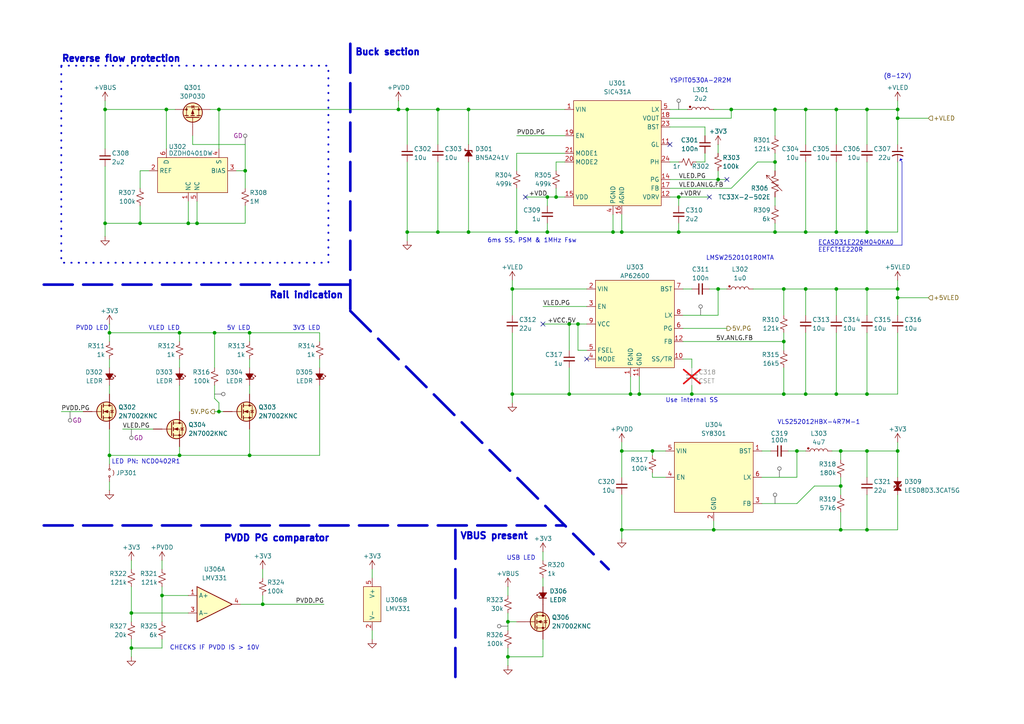
<source format=kicad_sch>
(kicad_sch (version 20250114) (generator "eeschema") (generator_version "9.0")
  (paper "A4")
  (title_block (title "Growlight controller, PSU") (rev "0.1") (comment 1 "+VLED estimated max current draw: 6.66A") (comment 2 "+5V estimated max current draw: 2.16A") (comment 3 "+3V3 estimated max current draw: 1A"))
  (rectangle (start 17.78 19.05) (end 95.25 76.2) (stroke (width 0.508) (type dot)))
  (text "5V LED" (at 69.215 95.25 0) (effects (font (size 1.27 1.27))))
  (text "Reverse flow protection" (at 17.78 17.145 0) (effects (font (size 1.905 1.905) (thickness 0.508) (bold yes)) (justify left)))
  (text "ECASD31E226M040KA0" (at 248.285 70.485 0) (effects (font (size 1.27 1.27))))
  (text "VLS252012HBX-4R7M-1" (at 237.49 122.555 0) (effects (font (size 1.27 1.27))))
  (text "3V3 LED" (at 88.9 95.25 0) (effects (font (size 1.27 1.27))))
  (text "LED PN: NCD0402R1" (at 42.3367 134.0019 0) (effects (font (size 1.27 1.27))))
  (text "USB LED" (at 151.13 161.925 0) (effects (font (size 1.27 1.27))))
  (text "EEFCT1E220R" (at 243.8078 72.5907 0) (effects (font (size 1.27 1.27))))
  (text "(8-12V)" (at 260.35 22.225 0) (effects (font (size 1.27 1.27))))
  (text "Rail indication" (at 99.695 85.725 0) (effects (font (size 1.905 1.905) (thickness 0.508) (bold yes)) (justify right)))
  (text "PVDD LED" (at 26.67 95.25 0) (effects (font (size 1.27 1.27))))
  (text "YSPIT0530A-2R2M\n" (at 203.2 23.495 0) (effects (font (size 1.27 1.27))))
  (text "VBUS present" (at 133.35 155.575 0) (effects (font (size 1.905 1.905) (thickness 0.508) (bold yes)) (justify left)))
  (text "VLED LED" (at 47.625 95.25 0) (effects (font (size 1.27 1.27))))
  (text "PVDD PG comparator" (at 64.77 156.21 0) (effects (font (size 1.905 1.905) (thickness 0.508) (bold yes)) (justify left)))
  (text "LMSW2520101R0MTA" (at 214.63 74.93 0) (effects (font (size 1.27 1.27))))
  (text "Buck section" (at 102.87 15.24 0) (effects (font (size 1.905 1.905) (thickness 0.508) (bold yes)) (justify left)))
  (text "6ms SS, PSM & 1MHz Fsw" (at 154.305 69.85 0) (effects (font (size 1.27 1.27))))
  (text "CHECKS IF PVDD IS > 10V" (at 62.23 187.96 0) (effects (font (size 1.27 1.27))))
  (text "Use internal SS" (at 200.66 116.205 0) (effects (font (size 1.27 1.27))))
  (junction (at 243.84 130.81))
  (junction (at 63.5 31.75))
  (junction (at 54.61 64.77))
  (junction (at 233.68 31.75))
  (junction (at 57.15 64.77))
  (junction (at 231.14 130.81))
  (junction (at 180.34 67.31))
  (junction (at 30.48 31.75))
  (junction (at 31.75 96.52))
  (junction (at 212.09 31.75))
  (junction (at 127 67.31))
  (junction (at 251.46 153.67))
  (junction (at 185.42 114.3))
  (junction (at 233.68 67.31))
  (junction (at 177.8 67.31))
  (junction (at 227.33 114.3))
  (junction (at 135.89 31.75))
  (junction (at 62.23 96.52))
  (junction (at 147.32 180.34))
  (junction (at 251.46 67.31))
  (junction (at 224.79 46.99))
  (junction (at 182.88 114.3))
  (junction (at 38.1 187.96))
  (junction (at 115.57 31.75))
  (junction (at 243.84 140.97))
  (junction (at 149.86 67.31))
  (junction (at 158.75 67.31))
  (junction (at 147.32 190.5))
  (junction (at 233.68 114.3))
  (junction (at 260.35 83.82))
  (junction (at 196.85 67.31))
  (junction (at 52.07 132.08))
  (junction (at 227.33 83.82))
  (junction (at 208.28 52.07))
  (junction (at 118.11 31.75))
  (junction (at 242.57 31.75))
  (junction (at 196.85 57.15))
  (junction (at 227.33 99.06))
  (junction (at 165.1 93.98))
  (junction (at 189.23 130.81))
  (junction (at 40.64 64.77))
  (junction (at 224.79 31.75))
  (junction (at 158.75 57.15))
  (junction (at 72.39 132.08))
  (junction (at 30.48 64.77))
  (junction (at 148.59 83.82))
  (junction (at 148.59 114.3))
  (junction (at 251.46 130.81))
  (junction (at 38.1 177.8))
  (junction (at 242.57 67.31))
  (junction (at 31.75 132.08))
  (junction (at 243.84 153.67))
  (junction (at 260.35 31.75))
  (junction (at 251.46 83.82))
  (junction (at 63.5 119.38))
  (junction (at 242.57 114.3))
  (junction (at 208.28 83.82))
  (junction (at 180.34 153.67))
  (junction (at 167.64 93.98))
  (junction (at 251.46 31.75))
  (junction (at 161.29 57.15))
  (junction (at 233.68 83.82))
  (junction (at 48.26 31.75))
  (junction (at 260.35 34.29))
  (junction (at 127 31.75))
  (junction (at 260.35 86.36))
  (junction (at 46.99 172.72))
  (junction (at 71.12 49.53))
  (junction (at 72.39 96.52))
  (junction (at 207.01 153.67))
  (junction (at 180.34 130.81))
  (junction (at 118.11 67.31))
  (junction (at 200.66 114.3))
  (junction (at 251.46 114.3))
  (junction (at 224.79 67.31))
  (junction (at 52.07 96.52))
  (junction (at 135.89 67.31))
  (junction (at 260.35 130.81))
  (junction (at 165.1 114.3))
  (junction (at 76.2 175.26))
  (junction (at 242.57 83.82))
  (no_connect (at 157.48 93.98))
  (no_connect (at 152.4 57.15))
  (no_connect (at 210.82 52.07))
  (no_connect (at 170.18 104.14))
  (no_connect (at 194.31 41.91))
  (no_connect (at 205.74 57.15))
  (wire (pts (xy 182.88 109.22) (xy 182.88 114.3)))
  (wire (pts (xy 115.57 31.75) (xy 118.11 31.75)))
  (wire (pts (xy 30.48 64.77) (xy 30.48 68.58)))
  (wire (pts (xy 260.35 81.28) (xy 260.35 83.82)))
  (wire (pts (xy 194.31 31.75) (xy 199.39 31.75)))
  (wire (pts (xy 118.11 31.75) (xy 118.11 41.91)))
  (wire (pts (xy 167.64 93.98) (xy 170.18 93.98)))
  (wire (pts (xy 148.59 114.3) (xy 148.59 116.84)))
  (wire (pts (xy 194.31 46.99) (xy 196.85 46.99)))
  (wire (pts (xy 251.46 153.67) (xy 251.46 143.51)))
  (wire (pts (xy 127 46.99) (xy 127 67.31)))
  (wire (pts (xy 198.12 91.44) (xy 208.28 91.44)))
  (wire (pts (xy 242.57 96.52) (xy 242.57 114.3)))
  (wire (pts (xy 31.75 96.52) (xy 31.75 99.06)))
  (wire (pts (xy 231.14 146.05) (xy 236.22 140.97)))
  (wire (pts (xy 242.57 31.75) (xy 233.68 31.75)))
  (wire (pts (xy 260.35 83.82) (xy 260.35 86.36)))
  (wire (pts (xy 147.32 190.5) (xy 147.32 193.04)))
  (wire (pts (xy 149.86 54.61) (xy 149.86 67.31)))
  (wire (pts (xy 180.34 130.81) (xy 180.34 138.43)))
  (wire (pts (xy 31.75 96.52) (xy 52.07 96.52)))
  (wire (pts (xy 157.48 93.98) (xy 165.1 93.98)))
  (wire (pts (xy 40.64 49.53) (xy 40.64 54.61)))
  (wire (pts (xy 251.46 83.82) (xy 260.35 83.82)))
  (wire (pts (xy 30.48 48.26) (xy 30.48 64.77)))
  (wire (pts (xy 207.01 31.75) (xy 212.09 31.75)))
  (wire (pts (xy 260.35 31.75) (xy 260.35 34.29)))
  (wire (pts (xy 118.11 67.31) (xy 118.11 69.85)))
  (polyline (pts (xy 132.08 153.67) (xy 132.08 198.12)) (stroke (width 0.762) (type dash)))
  (wire (pts (xy 71.12 41.91) (xy 71.12 49.53)))
  (wire (pts (xy 198.12 99.06) (xy 227.33 99.06)))
  (wire (pts (xy 198.12 83.82) (xy 200.66 83.82)))
  (wire (pts (xy 30.48 31.75) (xy 48.26 31.75)))
  (polyline (pts (xy 261.117 46.0678) (xy 260.9493 46.6337)))
  (wire (pts (xy 224.79 31.75) (xy 233.68 31.75)))
  (wire (pts (xy 127 31.75) (xy 127 41.91)))
  (wire (pts (xy 147.32 177.8) (xy 147.32 180.34)))
  (wire (pts (xy 242.57 67.31) (xy 233.68 67.31)))
  (wire (pts (xy 231.14 130.81) (xy 233.68 130.81)))
  (wire (pts (xy 148.59 81.28) (xy 148.59 83.82)))
  (wire (pts (xy 180.34 128.27) (xy 180.34 130.81)))
  (wire (pts (xy 208.28 83.82) (xy 205.74 83.82)))
  (wire (pts (xy 165.1 101.6) (xy 165.1 93.98)))
  (wire (pts (xy 38.1 170.18) (xy 38.1 177.8)))
  (wire (pts (xy 107.95 182.88) (xy 107.95 185.42)))
  (wire (pts (xy 227.33 114.3) (xy 233.68 114.3)))
  (wire (pts (xy 92.71 96.52) (xy 92.71 99.06)))
  (wire (pts (xy 212.09 54.61) (xy 219.71 46.99)))
  (wire (pts (xy 242.57 83.82) (xy 251.46 83.82)))
  (wire (pts (xy 157.48 160.02) (xy 157.48 162.56)))
  (wire (pts (xy 92.71 111.76) (xy 92.71 132.08)))
  (wire (pts (xy 243.84 153.67) (xy 251.46 153.67)))
  (wire (pts (xy 72.39 111.76) (xy 72.39 114.3)))
  (wire (pts (xy 76.2 165.1) (xy 76.2 167.64)))
  (wire (pts (xy 118.11 31.75) (xy 127 31.75)))
  (wire (pts (xy 260.35 128.27) (xy 260.35 130.81)))
  (wire (pts (xy 208.28 83.82) (xy 210.82 83.82)))
  (wire (pts (xy 224.79 57.15) (xy 224.79 59.69)))
  (wire (pts (xy 63.5 31.75) (xy 60.96 31.75)))
  (wire (pts (xy 212.09 31.75) (xy 224.79 31.75)))
  (wire (pts (xy 52.07 104.14) (xy 52.07 106.68)))
  (wire (pts (xy 260.35 86.36) (xy 260.35 91.44)))
  (wire (pts (xy 71.12 49.53) (xy 71.12 54.61)))
  (wire (pts (xy 115.57 29.21) (xy 115.57 31.75)))
  (wire (pts (xy 207.01 151.13) (xy 207.01 153.67)))
  (wire (pts (xy 46.99 172.72) (xy 46.99 180.34)))
  (wire (pts (xy 76.2 172.72) (xy 76.2 175.26)))
  (wire (pts (xy 180.34 67.31) (xy 196.85 67.31)))
  (wire (pts (xy 200.66 114.3) (xy 227.33 114.3)))
  (wire (pts (xy 31.75 124.46) (xy 31.75 132.08)))
  (wire (pts (xy 260.35 34.29) (xy 269.24 34.29)))
  (wire (pts (xy 148.59 96.52) (xy 148.59 114.3)))
  (wire (pts (xy 157.48 88.9) (xy 170.18 88.9)))
  (wire (pts (xy 158.75 67.31) (xy 177.8 67.31)))
  (polyline (pts (xy 260.9493 46.6337) (xy 261.6723 46.225)))
  (wire (pts (xy 127 31.75) (xy 135.89 31.75)))
  (wire (pts (xy 17.78 119.38) (xy 24.13 119.38)))
  (wire (pts (xy 194.31 54.61) (xy 212.09 54.61)))
  (wire (pts (xy 46.99 187.96) (xy 46.99 185.42)))
  (wire (pts (xy 233.68 83.82) (xy 242.57 83.82)))
  (wire (pts (xy 243.84 140.97) (xy 243.84 143.51)))
  (wire (pts (xy 72.39 96.52) (xy 92.71 96.52)))
  (wire (pts (xy 208.28 52.07) (xy 210.82 52.07)))
  (wire (pts (xy 224.79 64.77) (xy 224.79 67.31)))
  (wire (pts (xy 63.5 119.38) (xy 64.77 119.38)))
  (wire (pts (xy 251.46 83.82) (xy 251.46 91.44)))
  (wire (pts (xy 196.85 57.15) (xy 205.74 57.15)))
  (wire (pts (xy 196.85 64.77) (xy 196.85 67.31)))
  (wire (pts (xy 212.09 34.29) (xy 212.09 31.75)))
  (wire (pts (xy 242.57 114.3) (xy 251.46 114.3)))
  (wire (pts (xy 260.35 29.21) (xy 260.35 31.75)))
  (wire (pts (xy 135.89 31.75) (xy 135.89 41.91)))
  (wire (pts (xy 63.5 31.75) (xy 115.57 31.75)))
  (wire (pts (xy 157.48 190.5) (xy 147.32 190.5)))
  (wire (pts (xy 220.98 130.81) (xy 223.52 130.81)))
  (wire (pts (xy 72.39 96.52) (xy 72.39 99.06)))
  (wire (pts (xy 71.12 59.69) (xy 71.12 64.77)))
  (polyline (pts (xy 12.7 82.55) (xy 101.6 82.55)) (stroke (width 0.762) (type dash)))
  (wire (pts (xy 35.56 124.46) (xy 44.45 124.46)))
  (polyline (pts (xy 261.117 46.0678) (xy 261.6723 46.225)))
  (wire (pts (xy 231.14 130.81) (xy 231.14 138.43)))
  (wire (pts (xy 147.32 170.18) (xy 147.32 172.72)))
  (wire (pts (xy 46.99 162.56) (xy 46.99 165.1)))
  (wire (pts (xy 52.07 111.76) (xy 52.07 119.38)))
  (wire (pts (xy 31.75 104.14) (xy 31.75 106.68)))
  (wire (pts (xy 260.35 153.67) (xy 251.46 153.67)))
  (wire (pts (xy 148.59 114.3) (xy 165.1 114.3)))
  (wire (pts (xy 165.1 114.3) (xy 182.88 114.3)))
  (wire (pts (xy 72.39 124.46) (xy 72.39 132.08)))
  (wire (pts (xy 224.79 67.31) (xy 233.68 67.31)))
  (wire (pts (xy 251.46 67.31) (xy 242.57 67.31)))
  (wire (pts (xy 54.61 64.77) (xy 57.15 64.77)))
  (wire (pts (xy 43.18 49.53) (xy 40.64 49.53)))
  (wire (pts (xy 46.99 172.72) (xy 54.61 172.72)))
  (wire (pts (xy 243.84 148.59) (xy 243.84 153.67)))
  (wire (pts (xy 251.46 31.75) (xy 251.46 41.91)))
  (wire (pts (xy 135.89 67.31) (xy 149.86 67.31)))
  (wire (pts (xy 55.88 39.37) (xy 55.88 41.91)))
  (wire (pts (xy 233.68 83.82) (xy 233.68 91.44)))
  (wire (pts (xy 196.85 59.69) (xy 196.85 57.15)))
  (wire (pts (xy 62.23 119.38) (xy 63.5 119.38)))
  (wire (pts (xy 38.1 162.56) (xy 38.1 165.1)))
  (wire (pts (xy 182.88 114.3) (xy 185.42 114.3)))
  (wire (pts (xy 189.23 130.81) (xy 189.23 132.08)))
  (wire (pts (xy 260.35 143.51) (xy 260.35 153.67)))
  (polyline (pts (xy 12.7 152.4) (xy 163.83 152.4)) (stroke (width 0.762) (type dash)))
  (wire (pts (xy 52.07 96.52) (xy 52.07 99.06)))
  (wire (pts (xy 92.71 104.14) (xy 92.71 106.68)))
  (wire (pts (xy 135.89 46.99) (xy 135.89 67.31)))
  (polyline (pts (xy 261.62 46.99) (xy 261.62 71.12)))
  (wire (pts (xy 251.46 31.75) (xy 242.57 31.75)))
  (wire (pts (xy 251.46 130.81) (xy 251.46 138.43)))
  (wire (pts (xy 147.32 180.34) (xy 147.32 182.88)))
  (wire (pts (xy 40.64 64.77) (xy 54.61 64.77)))
  (wire (pts (xy 52.07 96.52) (xy 62.23 96.52)))
  (polyline (pts (xy 261.4104 46.1726) (xy 261.1065 46.3612)))
  (wire (pts (xy 260.35 46.99) (xy 260.35 67.31)))
  (wire (pts (xy 63.5 119.38) (xy 63.5 116.84)))
  (wire (pts (xy 148.59 83.82) (xy 148.59 91.44)))
  (wire (pts (xy 231.14 130.81) (xy 228.6 130.81)))
  (wire (pts (xy 38.1 177.8) (xy 54.61 177.8)))
  (wire (pts (xy 180.34 153.67) (xy 207.01 153.67)))
  (wire (pts (xy 220.98 138.43) (xy 231.14 138.43)))
  (wire (pts (xy 260.35 130.81) (xy 260.35 138.43)))
  (wire (pts (xy 242.57 83.82) (xy 242.57 91.44)))
  (wire (pts (xy 62.23 111.76) (xy 62.23 115.57)))
  (wire (pts (xy 227.33 114.3) (xy 227.33 106.68)))
  (wire (pts (xy 189.23 130.81) (xy 193.04 130.81)))
  (wire (pts (xy 118.11 67.31) (xy 127 67.31)))
  (wire (pts (xy 72.39 104.14) (xy 72.39 106.68)))
  (wire (pts (xy 38.1 187.96) (xy 38.1 190.5)))
  (wire (pts (xy 233.68 96.52) (xy 233.68 114.3)))
  (wire (pts (xy 227.33 99.06) (xy 227.33 96.52)))
  (polyline (pts (xy 237.49 71.12) (xy 261.62 71.12)))
  (wire (pts (xy 260.35 34.29) (xy 260.35 41.91)))
  (wire (pts (xy 165.1 93.98) (xy 167.64 93.98)))
  (wire (pts (xy 219.71 46.99) (xy 224.79 46.99)))
  (wire (pts (xy 194.31 36.83) (xy 204.47 36.83)))
  (polyline (pts (xy 261.5152 46.204) (xy 261.0751 46.4765)))
  (wire (pts (xy 158.75 64.77) (xy 158.75 67.31)))
  (wire (pts (xy 52.07 132.08) (xy 72.39 132.08)))
  (wire (pts (xy 242.57 46.99) (xy 242.57 67.31)))
  (wire (pts (xy 55.88 41.91) (xy 71.12 41.91)))
  (wire (pts (xy 236.22 140.97) (xy 243.84 140.97)))
  (wire (pts (xy 40.64 59.69) (xy 40.64 64.77)))
  (wire (pts (xy 177.8 67.31) (xy 180.34 67.31)))
  (wire (pts (xy 180.34 143.51) (xy 180.34 153.67)))
  (wire (pts (xy 189.23 138.43) (xy 189.23 137.16)))
  (wire (pts (xy 260.35 31.75) (xy 251.46 31.75)))
  (wire (pts (xy 163.83 46.99) (xy 161.29 46.99)))
  (wire (pts (xy 92.71 132.08) (xy 72.39 132.08)))
  (wire (pts (xy 152.4 57.15) (xy 158.75 57.15)))
  (wire (pts (xy 227.33 83.82) (xy 218.44 83.82)))
  (wire (pts (xy 76.2 175.26) (xy 93.98 175.26)))
  (wire (pts (xy 243.84 138.43) (xy 243.84 140.97)))
  (wire (pts (xy 62.23 96.52) (xy 72.39 96.52)))
  (wire (pts (xy 127 67.31) (xy 135.89 67.31)))
  (wire (pts (xy 251.46 96.52) (xy 251.46 114.3)))
  (wire (pts (xy 243.84 130.81) (xy 251.46 130.81)))
  (wire (pts (xy 30.48 29.21) (xy 30.48 31.75)))
  (wire (pts (xy 63.5 116.84) (xy 62.23 115.57)))
  (wire (pts (xy 161.29 54.61) (xy 161.29 57.15)))
  (wire (pts (xy 208.28 91.44) (xy 208.28 83.82)))
  (wire (pts (xy 135.89 31.75) (xy 163.83 31.75)))
  (wire (pts (xy 251.46 46.99) (xy 251.46 67.31)))
  (wire (pts (xy 185.42 109.22) (xy 185.42 114.3)))
  (wire (pts (xy 185.42 114.3) (xy 200.66 114.3)))
  (wire (pts (xy 243.84 130.81) (xy 243.84 133.35)))
  (wire (pts (xy 161.29 57.15) (xy 163.83 57.15)))
  (wire (pts (xy 180.34 62.23) (xy 180.34 67.31)))
  (wire (pts (xy 54.61 58.42) (xy 54.61 64.77)))
  (polyline (pts (xy 101.6 12.7) (xy 101.6 90.17)) (stroke (width 0.762) (type dash)))
  (wire (pts (xy 31.75 93.98) (xy 31.75 96.52)))
  (wire (pts (xy 147.32 180.34) (xy 149.86 180.34)))
  (wire (pts (xy 180.34 153.67) (xy 180.34 156.21)))
  (wire (pts (xy 208.28 41.91) (xy 208.28 44.45)))
  (wire (pts (xy 107.95 165.1) (xy 107.95 167.64)))
  (wire (pts (xy 196.85 57.15) (xy 194.31 57.15)))
  (wire (pts (xy 46.99 170.18) (xy 46.99 172.72)))
  (wire (pts (xy 71.12 49.53) (xy 68.58 49.53)))
  (wire (pts (xy 62.23 96.52) (xy 62.23 106.68)))
  (wire (pts (xy 227.33 91.44) (xy 227.33 83.82)))
  (wire (pts (xy 157.48 167.64) (xy 157.48 170.18)))
  (wire (pts (xy 227.33 83.82) (xy 233.68 83.82)))
  (wire (pts (xy 158.75 59.69) (xy 158.75 57.15)))
  (wire (pts (xy 193.04 138.43) (xy 189.23 138.43)))
  (wire (pts (xy 69.85 175.26) (xy 76.2 175.26)))
  (wire (pts (xy 158.75 57.15) (xy 161.29 57.15)))
  (wire (pts (xy 194.31 52.07) (xy 208.28 52.07)))
  (wire (pts (xy 242.57 31.75) (xy 242.57 41.91)))
  (wire (pts (xy 198.12 95.25) (xy 210.82 95.25)))
  (wire (pts (xy 63.5 43.18) (xy 63.5 31.75)))
  (wire (pts (xy 57.15 58.42) (xy 57.15 64.77)))
  (wire (pts (xy 260.35 67.31) (xy 251.46 67.31)))
  (wire (pts (xy 233.68 46.99) (xy 233.68 67.31)))
  (wire (pts (xy 31.75 111.76) (xy 31.75 114.3)))
  (wire (pts (xy 48.26 31.75) (xy 48.26 43.18)))
  (wire (pts (xy 204.47 39.37) (xy 204.47 36.83)))
  (wire (pts (xy 251.46 114.3) (xy 260.35 114.3)))
  (wire (pts (xy 149.86 39.37) (xy 163.83 39.37)))
  (wire (pts (xy 148.59 83.82) (xy 170.18 83.82)))
  (wire (pts (xy 118.11 46.99) (xy 118.11 67.31)))
  (wire (pts (xy 167.64 101.6) (xy 167.64 93.98)))
  (wire (pts (xy 204.47 46.99) (xy 204.47 44.45)))
  (wire (pts (xy 170.18 101.6) (xy 167.64 101.6)))
  (wire (pts (xy 224.79 44.45) (xy 224.79 46.99)))
  (wire (pts (xy 260.35 130.81) (xy 251.46 130.81)))
  (wire (pts (xy 147.32 187.96) (xy 147.32 190.5)))
  (wire (pts (xy 38.1 185.42) (xy 38.1 187.96)))
  (wire (pts (xy 38.1 177.8) (xy 38.1 180.34)))
  (wire (pts (xy 31.75 139.7) (xy 31.75 142.24)))
  (wire (pts (xy 149.86 44.45) (xy 149.86 49.53)))
  (wire (pts (xy 200.66 111.76) (xy 200.66 114.3)))
  (wire (pts (xy 196.85 67.31) (xy 224.79 67.31)))
  (wire (pts (xy 30.48 31.75) (xy 30.48 43.18)))
  (wire (pts (xy 227.33 99.06) (xy 227.33 101.6)))
  (wire (pts (xy 157.48 185.42) (xy 157.48 190.5)))
  (wire (pts (xy 233.68 114.3) (xy 242.57 114.3)))
  (wire (pts (xy 224.79 46.99) (xy 224.79 49.53)))
  (wire (pts (xy 52.07 132.08) (xy 31.75 132.08)))
  (wire (pts (xy 30.48 64.77) (xy 40.64 64.77)))
  (wire (pts (xy 260.35 86.36) (xy 269.24 86.36)))
  (wire (pts (xy 201.93 46.99) (xy 204.47 46.99)))
  (wire (pts (xy 208.28 49.53) (xy 208.28 52.07)))
  (wire (pts (xy 31.75 132.08) (xy 31.75 134.62)))
  (wire (pts (xy 207.01 153.67) (xy 243.84 153.67)))
  (polyline (pts (xy 261.62 46.99) (xy 261.117 46.0678)))
  (polyline (pts (xy 101.6 90.17) (xy 176.53 165.1)) (stroke (width 0.762) (type dash)))
  (wire (pts (xy 38.1 187.96) (xy 46.99 187.96)))
  (wire (pts (xy 233.68 31.75) (xy 233.68 41.91)))
  (wire (pts (xy 200.66 106.68) (xy 200.66 104.14)))
  (wire (pts (xy 194.31 34.29) (xy 212.09 34.29)))
  (wire (pts (xy 224.79 31.75) (xy 224.79 39.37)))
  (wire (pts (xy 165.1 106.68) (xy 165.1 114.3)))
  (wire (pts (xy 161.29 46.99) (xy 161.29 49.53)))
  (wire (pts (xy 200.66 104.14) (xy 198.12 104.14)))
  (wire (pts (xy 177.8 62.23) (xy 177.8 67.31)))
  (wire (pts (xy 57.15 64.77) (xy 71.12 64.77)))
  (wire (pts (xy 149.86 67.31) (xy 158.75 67.31)))
  (wire (pts (xy 241.3 130.81) (xy 243.84 130.81)))
  (wire (pts (xy 163.83 44.45) (xy 149.86 44.45)))
  (wire (pts (xy 220.98 146.05) (xy 231.14 146.05)))
  (wire (pts (xy 260.35 96.52) (xy 260.35 114.3)))
  (wire (pts (xy 50.8 31.75) (xy 48.26 31.75)))
  (wire (pts (xy 180.34 130.81) (xy 189.23 130.81)))
  (wire (pts (xy 52.07 129.54) (xy 52.07 132.08)))
  (label "PVDD.PG" (at 149.86 39.37 0))
  (label "5V.ANLG.FB" (at 218.44 99.06 180))
  (label "PVDD.PG" (at 17.78 119.38 0))
  (label "+VDD" (at 158.75 57.15 180))
  (label "VLED.PG" (at 157.48 88.9 0))
  (label "PVDD.PG" (at 93.98 175.26 180))
  (label "VLED.ANLG.FB" (at 196.85 54.61 0))
  (label "VLED.PG" (at 35.56 124.46 0))
  (label "VLED.PG" (at 196.85 52.07 0))
  (label "+VDRV" (at 196.85 57.15 0))
  (label "+VCC.5V" (at 158.75 93.98 0))
  (hierarchical_label "+5VLED" (shape input) (at 269.24 86.36 0))
  (hierarchical_label "+VLED" (shape input) (at 269.24 34.29 0))
  (hierarchical_label "5V.PG" (shape output) (at 62.23 119.38 180))
  (hierarchical_label "5V.PG" (shape output) (at 210.82 95.25 0))
  (netclass_flag "" (length 2.54) (shape round) (at 147.32 181.61 90) (property "Netclass" "GD" (effects (hide yes))))
  (netclass_flag "" (length 2.54) (shape round) (at 62.23 114.3 270) (property "Netclass" "GD" (effects (hide yes))))
  (netclass_flag "" (length 2.54) (shape round) (at 71.12 41.91 0) (property "Netclass" "GD" (at 70.4215 39.37 0) (effects (justify right))))
  (netclass_flag "" (length 2.54) (shape round) (at 226.06 138.43 0) (property "Netclass" "SWN" (effects (hide yes))))
  (netclass_flag "" (length 2.54) (shape round) (at 38.1 124.46 180) (property "Netclass" "GD" (at 38.7985 127 0) (effects (justify left))))
  (netclass_flag "" (length 2.54) (shape round) (at 196.85 31.75 0) (property "Netclass" "SWN" (effects (hide yes))))
  (netclass_flag "" (length 2.54) (shape round) (at 224.79 146.05 0) (property "Netclass" "ANALOG" (effects (hide yes))))
  (netclass_flag "" (length 2.54) (shape round) (at 203.2 91.44 0) (property "Netclass" "SWN" (effects (hide yes))))
  (netclass_flag "" (length 2.54) (shape round) (at 20.32 119.38 180) (property "Netclass" "GD" (at 21.0185 121.92 0) (effects (justify left))))
  (symbol (lib_id "Mosfet N-channel:2N7002KNC") (at 157.48 180.34 270) (unit 1)
    (property "Reference" "Q306" (at 160.02 179.07 90) (effects (justify left)))
    (property "Value" "2N7002KNC" (at 160.02 181.61 90) (effects (justify left)))
    (property "Footprint" "DFN-x:DFN-1006-3L" (effects (hide yes)))
    (property "Description" "VDS = 60V. 1.1Ω@10V. 340mA. NMOS DFN-1006 3L." (effects (hide yes)))
  )
  (symbol (lib_id "Device:R_Small_US") (at 157.48 165.1 180) (unit 1)
    (property "Reference" "R320" (at 158.75 163.83 0) (effects (justify right)))
    (property "Value" "1k" (at 158.75 166.37 0) (effects (justify right)))
    (property "Footprint" "Perfect passives:R 0402 (1005 Metric)" (effects (hide yes)))
    (property "Description" "Resistor, small US symbol" (effects (hide yes)))
  )
  (symbol (lib_id "Mosfets P-channel:30P03D") (at 55.88 31.75 0) (unit 1)
    (property "Reference" "Q301" (at 55.88 25.4 0))
    (property "Value" "30P03D" (at 55.88 27.94 0))
    (property "Footprint" "DFN-x:DFN-8 (3x3) 1EP" (effects (hide yes)))
    (property "Description" "VDS = 30V. 15mΩ@10V. 30A. PMOS DFN-8 (3x3)." (effects (hide yes)))
  )
  (symbol (lib_id "power:+3V3") (at 260.35 128.27 0) (unit 1)
    (property "Reference" "#PWR0312" (effects (hide yes)))
    (property "Value" "+3V3" (at 260.35 124.46 0))
    (property "Description" "Power symbol creates a global label with name \"+3V3\"" (effects (hide yes)))
  )
  (symbol (lib_id "Device:R_Small_US") (at 72.39 101.6 0) (mirror x) (unit 1)
    (property "Reference" "R313" (at 71.12 100.33 0) (effects (justify right)))
    (property "Value" "1k" (at 71.12 102.87 0) (effects (justify right)))
    (property "Footprint" "Perfect passives:R 0402 (1005 Metric)" (effects (hide yes)))
    (property "Description" "Resistor, small US symbol" (effects (hide yes)))
  )
  (symbol (lib_id "Device:C_Small") (at 260.35 93.98 0) (mirror y) (unit 1)
    (property "Reference" "C316" (at 262.255 92.71 0) (effects (justify right)))
    (property "Value" "10u" (at 262.255 95.25 0) (effects (justify right)))
    (property "Footprint" "Perfect passives:C 0805 (2012 Metric)" (effects (hide yes)))
    (property "Description" "Unpolarized capacitor, small symbol" (effects (hide yes)))
  )
  (symbol (lib_id "TVS diodes bidirectional:LESD8D3.3CAT5G") (at 260.35 140.97 90) (mirror x) (unit 1)
    (property "Reference" "D309" (at 262.255 139.7 90) (effects (justify right)))
    (property "Value" "LESD8D3.3CAT5G" (at 262.255 142.24 90) (effects (justify right)))
    (property "Footprint" "DFN-x:DFN-1006-2L" (effects (hide yes)))
    (property "Description" "VRWmax = 3.3V. VBR ≥ 5V. Ppp = 60W, 8/20µs. Vclamp = 7V@1A, 8/20µs" (effects (hide yes)))
  )
  (symbol (lib_id "power:GND") (at 118.11 69.85 0) (unit 1)
    (property "Reference" "#PWR0306" (effects (hide yes)))
    (property "Value" "GND" (effects (hide yes)))
    (property "Description" "Power symbol creates a global label with name \"GND\" , ground" (effects (hide yes)))
  )
  (symbol (lib_id "power:+3V3") (at 38.1 162.56 0) (unit 1)
    (property "Reference" "#PWR0322" (effects (hide yes)))
    (property "Value" "+3V3" (at 38.1 158.75 0))
    (property "Description" "Power symbol creates a global label with name \"+3V3\"" (effects (hide yes)))
  )
  (symbol (lib_id "Jumper:Jumper_2_Small_Open") (at 31.75 137.16 270) (mirror x) (unit 1)
    (property "Reference" "JP301" (at 33.655 137.16 90) (effects (justify left)))
    (property "Value" "Jumper_2_Small_Open" (effects (hide yes)))
    (property "Footprint" "Solder jumpers:Jumper-NO 2P (1.9x1.4)" (effects (hide yes)))
    (property "Description" "Jumper, 2-pole, small symbol, open" (effects (hide yes)))
  )
  (symbol (lib_id "Device:C_Small") (at 242.57 93.98 0) (mirror y) (unit 1)
    (property "Reference" "C314" (at 244.475 92.71 0) (effects (justify right)))
    (property "Value" "10u" (at 244.475 95.25 0) (effects (justify right)))
    (property "Footprint" "Perfect passives:C 0805 (2012 Metric)" (effects (hide yes)))
    (property "Description" "Unpolarized capacitor, small symbol" (effects (hide yes)))
  )
  (symbol (lib_id "SMD LED:NCD0402R1") (at 92.71 109.22 270) (mirror x) (unit 1)
    (property "Reference" "D305" (at 90.805 107.95 90) (effects (justify right)))
    (property "Value" "LEDR" (at 90.805 110.49 90) (effects (justify right)))
    (property "Footprint" "LED SMD:LED-0402-R" (effects (hide yes)))
    (property "Description" "Red 0402 LED with K mark. λp = 630nm. Vfwd ≥ 1.6V, Vftyp = 1.8V. IFnom = 25mA, IFmax = 50mA." (effects (hide yes)))
  )
  (symbol (lib_id "Device:C_Small") (at 127 44.45 0) (mirror y) (unit 1)
    (property "Reference" "C303" (at 128.905 43.18 0) (effects (justify right)))
    (property "Value" "10u" (at 128.905 45.72 0) (effects (justify right)))
    (property "Footprint" "Perfect passives:C 0805 (2012 Metric)" (effects (hide yes)))
    (property "Description" "Unpolarized capacitor, small symbol" (effects (hide yes)))
  )
  (symbol (lib_id "Device:R_Small_US") (at 147.32 175.26 0) (mirror x) (unit 1)
    (property "Reference" "R323" (at 146.05 173.99 0) (effects (justify right)))
    (property "Value" "30k" (at 146.05 176.53 0) (effects (justify right)))
    (property "Footprint" "Perfect passives:R 0402 (1005 Metric)" (effects (hide yes)))
    (property "Description" "Resistor, small US symbol" (effects (hide yes)))
  )
  (symbol (lib_id "Device:C_Small") (at 242.57 44.45 0) (unit 1)
    (property "Reference" "C305" (at 240.665 43.18 0) (effects (justify right)))
    (property "Value" "10u" (at 240.665 45.72 0) (effects (justify right)))
    (property "Footprint" "Perfect passives:C 0805 (2012 Metric)" (effects (hide yes)))
    (property "Description" "Unpolarized capacitor, small symbol" (effects (hide yes)))
  )
  (symbol (lib_id "Device:R_Small_US") (at 62.23 109.22 0) (mirror x) (unit 1)
    (property "Reference" "R316" (at 60.96 107.95 0) (effects (justify right)))
    (property "Value" "100k" (at 60.96 110.49 0) (effects (justify right)))
    (property "Footprint" "Perfect passives:R 0402 (1005 Metric)" (effects (hide yes)))
    (property "Description" "Resistor, small US symbol" (effects (hide yes)))
  )
  (symbol (lib_id "SMD LED:NCD0402R1") (at 72.39 109.22 270) (mirror x) (unit 1)
    (property "Reference" "D304" (at 70.485 107.95 90) (effects (justify right)))
    (property "Value" "LEDR" (at 70.485 110.49 90) (effects (justify right)))
    (property "Footprint" "LED SMD:LED-0402-R" (effects (hide yes)))
    (property "Description" "Red 0402 LED with K mark. λp = 630nm. Vfwd ≥ 1.6V, Vftyp = 1.8V. IFnom = 25mA, IFmax = 50mA." (effects (hide yes)))
  )
  (symbol (lib_id "power:VAA") (at 148.59 81.28 0) (unit 1)
    (property "Reference" "#PWR0307" (effects (hide yes)))
    (property "Value" "+VLED" (at 148.59 77.47 0))
    (property "Description" "Power symbol creates a global label with name \"VAA\"" (effects (hide yes)))
  )
  (symbol (lib_id "power:VAA") (at 147.32 170.18 0) (unit 1)
    (property "Reference" "#PWR0318" (effects (hide yes)))
    (property "Value" "+VBUS" (at 147.32 166.37 0))
    (property "Description" "Power symbol creates a global label with name \"VAA\"" (effects (hide yes)))
  )
  (symbol (lib_id "power:VAA") (at 30.48 29.21 0) (unit 1)
    (property "Reference" "#PWR0301" (effects (hide yes)))
    (property "Value" "+VBUS" (at 30.48 25.4 0))
    (property "Description" "Power symbol creates a global label with name \"VAA\"" (effects (hide yes)))
  )
  (symbol (lib_id "Device:C_Small") (at 233.68 93.98 0) (mirror y) (unit 1)
    (property "Reference" "C313" (at 235.585 92.71 0) (effects (justify right)))
    (property "Value" "10u" (at 235.585 95.25 0) (effects (justify right)))
    (property "Footprint" "Perfect passives:C 0805 (2012 Metric)" (effects (hide yes)))
    (property "Description" "Unpolarized capacitor, small symbol" (effects (hide yes)))
  )
  (symbol (lib_id "Device:C_Small") (at 251.46 140.97 0) (mirror y) (unit 1)
    (property "Reference" "C321" (at 253.365 139.7 0) (effects (justify right)))
    (property "Value" "22u" (at 253.365 142.24 0) (effects (justify right)))
    (property "Footprint" "Perfect passives:C 0805 (2012 Metric)" (effects (hide yes)))
    (property "Description" "Unpolarized capacitor, small symbol" (effects (hide yes)))
  )
  (symbol (lib_id "Device:C_Small") (at 180.34 140.97 0) (unit 1)
    (property "Reference" "C320" (at 178.435 139.7 0) (effects (justify right)))
    (property "Value" "10u" (at 178.435 142.24 0) (effects (justify right)))
    (property "Footprint" "Perfect passives:C 0805 (2012 Metric)" (effects (hide yes)))
    (property "Description" "Unpolarized capacitor, small symbol" (effects (hide yes)))
  )
  (symbol (lib_id "power:VAA") (at 260.35 81.28 0) (unit 1)
    (property "Reference" "#PWR0308" (effects (hide yes)))
    (property "Value" "+5VLED" (at 260.35 77.47 0))
    (property "Description" "Power symbol creates a global label with name \"VAA\"" (effects (hide yes)))
  )
  (symbol (lib_id "SMD LED:NCD0402R1") (at 31.75 109.22 270) (mirror x) (unit 1)
    (property "Reference" "D302" (at 29.845 107.95 90) (effects (justify right)))
    (property "Value" "LEDR" (at 29.845 110.49 90) (effects (justify right)))
    (property "Footprint" "LED SMD:LED-0402-R" (effects (hide yes)))
    (property "Description" "Red 0402 LED with K mark. λp = 630nm. Vfwd ≥ 1.6V, Vftyp = 1.8V. IFnom = 25mA, IFmax = 50mA." (effects (hide yes)))
  )
  (symbol (lib_id "Device:R_Small_US") (at 149.86 52.07 0) (unit 1)
    (property "Reference" "R304" (at 148.59 50.8 0) (effects (justify right)))
    (property "Value" "499k" (at 148.59 53.34 0) (effects (justify right)))
    (property "Footprint" "Perfect passives:R 0402 (1005 Metric)" (effects (hide yes)))
    (property "Description" "Resistor, small US symbol" (effects (hide yes)))
  )
  (symbol (lib_id "Device:R_Small_US") (at 38.1 182.88 0) (unit 1)
    (property "Reference" "R327" (at 36.83 181.61 0) (effects (justify right)))
    (property "Value" "20k" (at 36.83 184.15 0) (effects (justify right)))
    (property "Footprint" "Perfect passives:R 0402 (1005 Metric)" (effects (hide yes)))
    (property "Description" "Resistor, small US symbol" (effects (hide yes)))
  )
  (symbol (lib_id "power:GND") (at 180.34 156.21 0) (unit 1)
    (property "Reference" "#PWR0314" (effects (hide yes)))
    (property "Value" "GND" (effects (hide yes)))
    (property "Description" "Power symbol creates a global label with name \"GND\" , ground" (effects (hide yes)))
  )
  (symbol (lib_id "power:VAA") (at 208.28 41.91 0) (unit 1)
    (property "Reference" "#PWR0304" (effects (hide yes)))
    (property "Value" "+3V3" (at 208.28 38.1 0))
    (property "Description" "Power symbol creates a global label with name \"VAA\"" (effects (hide yes)))
  )
  (symbol (lib_id "power:GND") (at 30.48 68.58 0) (unit 1)
    (property "Reference" "#PWR0305" (effects (hide yes)))
    (property "Value" "GND" (effects (hide yes)))
    (property "Description" "Power symbol creates a global label with name \"GND\" , ground" (effects (hide yes)))
  )
  (symbol (lib_id "Device:R_Small_US") (at 208.28 46.99 0) (mirror y) (unit 1)
    (property "Reference" "R303" (at 209.55 45.72 0) (effects (justify right)))
    (property "Value" "100k" (at 209.55 48.26 0) (effects (justify right)))
    (property "Footprint" "Perfect passives:R 0402 (1005 Metric)" (effects (hide yes)))
    (property "Description" "Resistor, small US symbol" (effects (hide yes)))
  )
  (symbol (lib_id "Buck converters:AP62600") (at 184.15 93.98 0) (unit 1)
    (property "Reference" "U303" (at 184.15 77.47 0))
    (property "Value" "AP62600" (at 184.15 80.01 0))
    (property "Footprint" "QFN-x generic:VQFN2030-12 (2x3) P0.5 DIODES" (effects (hide yes)))
    (property "Description" "Synchronous adjustable buck converter. 6A max current. VREF = 0.6V. Vin = 4.5-18V. Adjustable frequency from 400KHz-1.2MHz. With enable pin, PG output, SS/TR pin. Mode pin controls if it is operating in PFM, USM or PWM mode." (effects (hide yes)))
  )
  (symbol (lib_id "Inductors:L_polarized") (at 237.49 130.81 0) (unit 1)
    (property "Reference" "L303" (at 237.49 125.73 0))
    (property "Value" "4u7" (at 237.49 128.27 0))
    (property "Footprint" "Inductors SMD:VLS252012" (effects (hide yes)))
    (property "Description" "Polarized inductor" (effects (hide yes)))
  )
  (symbol (lib_id "Device:R_Small_US") (at 189.23 134.62 0) (unit 1)
    (property "Reference" "R317" (at 187.96 133.35 0) (effects (justify right)))
    (property "Value" "100k" (at 187.96 135.89 0) (effects (justify right)))
    (property "Footprint" "Perfect passives:R 0402 (1005 Metric)" (effects (hide yes)))
    (property "Description" "Resistor, small US symbol" (effects (hide yes)))
  )
  (symbol (lib_id "Mosfet N-channel:2N7002KNC") (at 52.07 124.46 270) (unit 1)
    (property "Reference" "Q304" (at 54.61 123.19 90) (effects (justify left)))
    (property "Value" "2N7002KNC" (at 54.61 125.73 90) (effects (justify left)))
    (property "Footprint" "DFN-x:DFN-1006-3L" (effects (hide yes)))
    (property "Description" "VDS = 60V. 1.1Ω@10V. 340mA. NMOS DFN-1006 3L." (effects (hide yes)))
  )
  (symbol (lib_id "Device:R_Small_US") (at 199.39 46.99 90) (unit 1)
    (property "Reference" "R302" (at 203.2 48.26 90))
    (property "Value" "1r" (at 196.215 48.26 90))
    (property "Footprint" "Perfect passives:R 0402 (1005 Metric)" (effects (hide yes)))
    (property "Description" "Resistor, small US symbol" (effects (hide yes)))
  )
  (symbol (lib_id "Device:R_Small_US") (at 46.99 182.88 0) (unit 1)
    (property "Reference" "R325" (at 45.72 181.61 0) (effects (justify right)))
    (property "Value" "6k" (at 45.72 184.15 0) (effects (justify right)))
    (property "Footprint" "Perfect passives:R 0402 (1005 Metric)" (effects (hide yes)))
    (property "Description" "Resistor, small US symbol" (effects (hide yes)))
  )
  (symbol (lib_id "Inductors:L_polarized") (at 203.2 31.75 0) (unit 1)
    (property "Reference" "L301" (at 203.2 26.035 0))
    (property "Value" "2u2" (at 203.2 28.575 0))
    (property "Footprint" "Inductors SMD:YSPIT0530A" (effects (hide yes)))
    (property "Description" "Polarized inductor" (effects (hide yes)))
  )
  (symbol (lib_id "Buck converters:SY8301") (at 207.01 138.43 0) (unit 1)
    (property "Reference" "U304" (at 207.01 123.19 0))
    (property "Value" "SY8301" (at 207.01 125.73 0))
    (property "Footprint" "SOT-xxx:SOT-23-6" (effects (hide yes)))
    (property "Description" "Synchronous adjustable buck converter. 1A max current. VREF = 0.8V. Vin = 4.5-40V. 2MHz switching frequency. With enable pin." (effects (hide yes)))
  )
  (symbol (lib_id "Comparators:LMV331DCK") (at 107.95 175.26 0) (unit 2)
    (property "Reference" "U306" (at 111.76 173.9899 0) (effects (justify left)))
    (property "Value" "LMV331" (at 111.76 176.5299 0) (effects (justify left)))
    (property "Footprint" "SOT-xxx:SOT-363-5" (effects (hide yes)))
    (property "Description" "Single comparator with open collector output. Vin = 2.7-5.5V. IQ = 60-100µA@5V." (effects (hide yes)))
  )
  (symbol (lib_id "Device:C_Small") (at 203.2 83.82 90) (unit 1)
    (property "Reference" "C311" (at 203.2 78.105 90))
    (property "Value" "100n" (at 203.2 80.645 90))
    (property "Footprint" "Perfect passives:C 0402 (1005 Metric)" (effects (hide yes)))
    (property "Description" "Unpolarized capacitor, small symbol" (effects (hide yes)))
  )
  (symbol (lib_id "Device:R_Small_US") (at 76.2 170.18 0) (mirror y) (unit 1)
    (property "Reference" "R324" (at 77.47 168.91 0) (effects (justify right)))
    (property "Value" "100k" (at 77.47 171.45 0) (effects (justify right)))
    (property "Footprint" "Perfect passives:R 0402 (1005 Metric)" (effects (hide yes)))
    (property "Description" "Resistor, small US symbol" (effects (hide yes)))
  )
  (symbol (lib_id "Device:C_Small") (at 165.1 104.14 0) (unit 1)
    (property "Reference" "C317" (at 163.195 102.87 0) (effects (justify right)))
    (property "Value" "1u" (at 163.195 105.41 0) (effects (justify right)))
    (property "Footprint" "Perfect passives:C 0402 (1005 Metric)" (effects (hide yes)))
    (property "Description" "Unpolarized capacitor, small symbol" (effects (hide yes)))
  )
  (symbol (lib_id "Device:C_Small") (at 204.47 41.91 0) (unit 1)
    (property "Reference" "C301" (at 202.565 40.64 0) (effects (justify right)))
    (property "Value" "100n" (at 202.565 43.18 0) (effects (justify right)))
    (property "Footprint" "Perfect passives:C 0402 (1005 Metric)" (effects (hide yes)))
    (property "Description" "Unpolarized capacitor, small symbol" (effects (hide yes)))
  )
  (symbol (lib_id "power:GND") (at 148.59 116.84 0) (unit 1)
    (property "Reference" "#PWR0310" (effects (hide yes)))
    (property "Value" "GND" (effects (hide yes)))
    (property "Description" "Power symbol creates a global label with name \"GND\" , ground" (effects (hide yes)))
  )
  (symbol (lib_id "Device:R_Small_US") (at 243.84 146.05 0) (unit 1)
    (property "Reference" "R319" (at 242.57 144.78 0) (effects (justify right)))
    (property "Value" "57k6" (at 242.57 147.32 0) (effects (justify right)))
    (property "Footprint" "Perfect passives:R 0402 (1005 Metric)" (effects (hide yes)))
    (property "Description" "Resistor, small US symbol" (effects (hide yes)))
  )
  (symbol (lib_id "Device:R_Small_US") (at 40.64 57.15 0) (unit 1)
    (property "Reference" "R307" (at 39.37 55.88 0) (effects (justify right)))
    (property "Value" "100k" (at 39.37 58.42 0) (effects (justify right)))
    (property "Footprint" "Perfect passives:R 0402 (1005 Metric)" (effects (hide yes)))
    (property "Description" "Resistor, small US symbol" (effects (hide yes)))
  )
  (symbol (lib_id "power:VAA") (at 260.35 29.21 0) (unit 1)
    (property "Reference" "#PWR0303" (effects (hide yes)))
    (property "Value" "+VLED" (at 260.35 25.4 0))
    (property "Description" "Power symbol creates a global label with name \"VAA\"" (effects (hide yes)))
  )
  (symbol (lib_id "Device:R_Small_US") (at 31.75 101.6 0) (mirror x) (unit 1)
    (property "Reference" "R311" (at 30.48 100.33 0) (effects (justify right)))
    (property "Value" "1k" (at 30.48 102.87 0) (effects (justify right)))
    (property "Footprint" "Perfect passives:R 0402 (1005 Metric)" (effects (hide yes)))
    (property "Description" "Resistor, small US symbol" (effects (hide yes)))
  )
  (symbol (lib_id "Mosfet N-channel:2N7002KNC") (at 31.75 119.38 270) (unit 1)
    (property "Reference" "Q302" (at 34.29 118.11 90) (effects (justify left)))
    (property "Value" "2N7002KNC" (at 34.29 120.65 90) (effects (justify left)))
    (property "Footprint" "DFN-x:DFN-1006-3L" (effects (hide yes)))
    (property "Description" "VDS = 60V. 1.1Ω@10V. 340mA. NMOS DFN-1006 3L." (effects (hide yes)))
  )
  (symbol (lib_id "Device:C_Small") (at 118.11 44.45 0) (mirror y) (unit 1)
    (property "Reference" "C302" (at 120.015 43.18 0) (effects (justify right)))
    (property "Value" "10u" (at 120.015 45.72 0) (effects (justify right)))
    (property "Footprint" "Perfect passives:C 0805 (2012 Metric)" (effects (hide yes)))
    (property "Description" "Unpolarized capacitor, small symbol" (effects (hide yes)))
  )
  (symbol (lib_id "Device:C_Small") (at 200.66 109.22 0) (mirror y) (unit 1) (dnp yes)
    (property "Reference" "C318" (at 202.565 107.95 0) (effects (justify right)))
    (property "Value" "CSET" (at 202.565 110.49 0) (effects (justify right)))
    (property "Footprint" "Perfect passives:C 0402 (1005 Metric)" (effects (hide yes)))
    (property "Description" "Unpolarized capacitor, small symbol" (effects (hide yes)))
  )
  (symbol (lib_id "power:+3V3") (at 31.75 93.98 0) (unit 1)
    (property "Reference" "#PWR0309" (effects (hide yes)))
    (property "Value" "+3V3" (at 31.75 90.17 0))
    (property "Description" "Power symbol creates a global label with name \"+3V3\"" (effects (hide yes)))
  )
  (symbol (lib_id "Device:C_Small") (at 251.46 44.45 0) (unit 1)
    (property "Reference" "C306" (at 249.555 43.18 0) (effects (justify right)))
    (property "Value" "10u" (at 249.555 45.72 0) (effects (justify right)))
    (property "Footprint" "Perfect passives:C 0805 (2012 Metric)" (effects (hide yes)))
    (property "Description" "Unpolarized capacitor, small symbol" (effects (hide yes)))
  )
  (symbol (lib_id "power:+3V3") (at 107.95 165.1 0) (unit 1)
    (property "Reference" "#PWR0317" (effects (hide yes)))
    (property "Value" "+3V3" (at 107.95 161.29 0))
    (property "Description" "Power symbol creates a global label with name \"+3V3\"" (effects (hide yes)))
  )
  (symbol (lib_id "Ideal diode controllers:DZDH0401DW") (at 55.88 50.8 0) (unit 1)
    (property "Reference" "U302" (at 48.895 42.545 0) (effects (justify left)))
    (property "Value" "DZDH0401DW" (at 48.895 44.45 0) (effects (justify left)))
    (property "Footprint" "SOT-xxx:SOT-363" (effects (hide yes)))
    (property "Description" "Ideal diode PMOS controller. Vin ≤ 40V. 50V MAX reverse protection." (effects (hide yes)))
  )
  (symbol (lib_id "Device:R_Small_US") (at 224.79 41.91 0) (unit 1)
    (property "Reference" "R301" (at 223.52 40.64 0) (effects (justify right)))
    (property "Value" "121k" (at 223.52 43.18 0) (effects (justify right)))
    (property "Footprint" "Perfect passives:R 0402 (1005 Metric)" (effects (hide yes)))
    (property "Description" "Resistor, small US symbol" (effects (hide yes)))
  )
  (symbol (lib_id "power:+3V3") (at 157.48 160.02 0) (unit 1)
    (property "Reference" "#PWR0316" (effects (hide yes)))
    (property "Value" "+3V3" (at 157.48 156.21 0))
    (property "Description" "Power symbol creates a global label with name \"+3V3\"" (effects (hide yes)))
  )
  (symbol (lib_id "Device:C_Small") (at 158.75 62.23 0) (unit 1)
    (property "Reference" "C309" (at 156.845 60.96 0) (effects (justify right)))
    (property "Value" "1u" (at 156.845 63.5 0) (effects (justify right)))
    (property "Footprint" "Perfect passives:C 0402 (1005 Metric)" (effects (hide yes)))
    (property "Description" "Unpolarized capacitor, small symbol" (effects (hide yes)))
  )
  (symbol (lib_id "SMD LED:NCD0402R1") (at 52.07 109.22 270) (mirror x) (unit 1)
    (property "Reference" "D303" (at 50.165 107.95 90) (effects (justify right)))
    (property "Value" "LEDR" (at 50.165 110.49 90) (effects (justify right)))
    (property "Footprint" "LED SMD:LED-0402-R" (effects (hide yes)))
    (property "Description" "Red 0402 LED with K mark. λp = 630nm. Vfwd ≥ 1.6V, Vftyp = 1.8V. IFnom = 25mA, IFmax = 50mA." (effects (hide yes)))
  )
  (symbol (lib_id "power:GND") (at 147.32 193.04 0) (mirror y) (unit 1)
    (property "Reference" "#PWR0321" (effects (hide yes)))
    (property "Value" "GND" (effects (hide yes)))
    (property "Description" "Power symbol creates a global label with name \"GND\" , ground" (effects (hide yes)))
  )
  (symbol (lib_id "power:GND") (at 31.75 142.24 0) (mirror y) (unit 1)
    (property "Reference" "#PWR0313" (effects (hide yes)))
    (property "Value" "GND" (effects (hide yes)))
    (property "Description" "Power symbol creates a global label with name \"GND\" , ground" (effects (hide yes)))
  )
  (symbol (lib_id "Device:R_Small_US") (at 227.33 104.14 0) (unit 1)
    (property "Reference" "R315" (at 226.06 102.87 0) (effects (justify right)))
    (property "Value" "16k5" (at 226.06 105.41 0) (effects (justify right)))
    (property "Footprint" "Perfect passives:R 0402 (1005 Metric)" (effects (hide yes)))
    (property "Description" "Resistor, small US symbol" (effects (hide yes)))
  )
  (symbol (lib_id "Mosfet N-channel:2N7002KNC") (at 72.39 119.38 270) (unit 1)
    (property "Reference" "Q303" (at 74.93 118.11 90) (effects (justify left)))
    (property "Value" "2N7002KNC" (at 74.93 120.65 90) (effects (justify left)))
    (property "Footprint" "DFN-x:DFN-1006-3L" (effects (hide yes)))
    (property "Description" "VDS = 60V. 1.1Ω@10V. 340mA. NMOS DFN-1006 3L." (effects (hide yes)))
  )
  (symbol (lib_id "Device:C_Small") (at 148.59 93.98 0) (mirror y) (unit 1)
    (property "Reference" "C312" (at 150.495 92.71 0) (effects (justify right)))
    (property "Value" "22u" (at 150.495 95.25 0) (effects (justify right)))
    (property "Footprint" "Perfect passives:C 0805 (2012 Metric)" (effects (hide yes)))
    (property "Description" "Unpolarized capacitor, small symbol" (effects (hide yes)))
  )
  (symbol (lib_id "power:VAA") (at 46.99 162.56 0) (unit 1)
    (property "Reference" "#PWR0315" (effects (hide yes)))
    (property "Value" "+PVDD" (at 46.99 158.75 0))
    (property "Description" "Power symbol creates a global label with name \"VAA\"" (effects (hide yes)))
  )
  (symbol (lib_id "power:+3V3") (at 76.2 165.1 0) (unit 1)
    (property "Reference" "#PWR0323" (effects (hide yes)))
    (property "Value" "+3V3" (at 76.2 161.29 0))
    (property "Description" "Power symbol creates a global label with name \"+3V3\"" (effects (hide yes)))
  )
  (symbol (lib_id "power:GND") (at 107.95 185.42 0) (mirror y) (unit 1)
    (property "Reference" "#PWR0319" (effects (hide yes)))
    (property "Value" "GND" (effects (hide yes)))
    (property "Description" "Power symbol creates a global label with name \"GND\" , ground" (effects (hide yes)))
  )
  (symbol (lib_id "power:VAA") (at 115.57 29.21 0) (unit 1)
    (property "Reference" "#PWR0302" (effects (hide yes)))
    (property "Value" "+PVDD" (at 115.57 25.4 0))
    (property "Description" "Power symbol creates a global label with name \"VAA\"" (effects (hide yes)))
  )
  (symbol (lib_id "Device:R_Variable_US") (at 224.79 53.34 0) (mirror y) (unit 1)
    (property "Reference" "R306" (at 222.885 54.61 0) (effects (justify left)))
    (property "Value" "TC33X-2-502E" (at 223.52 57.15 0) (effects (justify left)))
    (property "Footprint" "Trimmer Pots SMD:TC33X-x-xxxx" (effects (hide yes)))
    (property "Description" "Variable resistor, US symbol" (effects (hide yes)))
  )
  (symbol (lib_id "Device:R_Small_US") (at 71.12 57.15 0) (mirror y) (unit 1)
    (property "Reference" "R308" (at 72.39 55.88 0) (effects (justify right)))
    (property "Value" "1M" (at 72.39 58.42 0) (effects (justify right)))
    (property "Footprint" "Perfect passives:R 0402 (1005 Metric)" (effects (hide yes)))
    (property "Description" "Resistor, small US symbol" (effects (hide yes)))
  )
  (symbol (lib_id "Device:R_Small_US") (at 92.71 101.6 0) (mirror x) (unit 1)
    (property "Reference" "R314" (at 91.44 100.33 0) (effects (justify right)))
    (property "Value" "1k" (at 91.44 102.87 0) (effects (justify right)))
    (property "Footprint" "Perfect passives:R 0402 (1005 Metric)" (effects (hide yes)))
    (property "Description" "Resistor, small US symbol" (effects (hide yes)))
  )
  (symbol (lib_id "power:GND") (at 38.1 190.5 0) (mirror y) (unit 1)
    (property "Reference" "#PWR0320" (effects (hide yes)))
    (property "Value" "GND" (effects (hide yes)))
    (property "Description" "Power symbol creates a global label with name \"GND\" , ground" (effects (hide yes)))
  )
  (symbol (lib_id "Device:C_Small") (at 233.68 44.45 0) (unit 1)
    (property "Reference" "C304" (at 231.775 43.18 0) (effects (justify right)))
    (property "Value" "10u" (at 231.775 45.72 0) (effects (justify right)))
    (property "Footprint" "Perfect passives:C 0805 (2012 Metric)" (effects (hide yes)))
    (property "Description" "Unpolarized capacitor, small symbol" (effects (hide yes)))
  )
  (symbol (lib_id "Device:R_Small_US") (at 227.33 93.98 0) (unit 1)
    (property "Reference" "R310" (at 226.06 92.71 0) (effects (justify right)))
    (property "Value" "121k" (at 226.06 95.25 0) (effects (justify right)))
    (property "Footprint" "Perfect passives:R 0402 (1005 Metric)" (effects (hide yes)))
    (property "Description" "Resistor, small US symbol" (effects (hide yes)))
  )
  (symbol (lib_id "Device:C_Polarized_Small_US") (at 260.35 44.45 0) (mirror y) (unit 1)
    (property "Reference" "C307" (at 258.445 43.18 0) (effects (justify left)))
    (property "Value" "22u" (at 258.445 45.72 0) (effects (justify left)))
    (property "Footprint" "Capacitors SMD:CP Flat (7.3x4.3) H1.4 muRata" (effects (hide yes)))
    (property "Description" "Polarized capacitor, small US symbol" (effects (hide yes)))
  )
  (symbol (lib_id "Device:C_Small") (at 196.85 62.23 0) (mirror y) (unit 1)
    (property "Reference" "C310" (at 198.755 60.96 0) (effects (justify right)))
    (property "Value" "2u2" (at 198.755 63.5 0) (effects (justify right)))
    (property "Footprint" "Perfect passives:C 0603 (1608 Metric)" (effects (hide yes)))
    (property "Description" "Unpolarized capacitor, small symbol" (effects (hide yes)))
  )
  (symbol (lib_id "Device:C_Small") (at 226.06 130.81 90) (mirror x) (unit 1)
    (property "Reference" "C319" (at 226.06 125.73 90))
    (property "Value" "100n" (at 226.06 127.635 90))
    (property "Footprint" "Perfect passives:C 0402 (1005 Metric)" (effects (hide yes)))
    (property "Description" "Unpolarized capacitor, small symbol" (effects (hide yes)))
  )
  (symbol (lib_id "Inductors:L_polarized") (at 214.63 83.82 0) (unit 1)
    (property "Reference" "L302" (at 214.63 78.105 0))
    (property "Value" "1u0" (at 214.63 80.645 0))
    (property "Footprint" "Inductors SMD:LMSW252010" (effects (hide yes)))
    (property "Description" "Polarized inductor" (effects (hide yes)))
  )
  (symbol (lib_id "Buck converters:SIC431AED-T1-GE3") (at 179.07 44.45 0) (unit 1)
    (property "Reference" "U301" (at 179.07 24.13 0))
    (property "Value" "SIC431A" (at 179.07 26.67 0))
    (property "Footprint" "QFN-x generic:MLP44-24L (4x4) P0.45 Vishay" (effects (hide yes)))
    (property "Description" "Synchronous adjustable buck converter. 24A max current. VREF = 0.6V. Vin = 4.5-24V. Adjustable switching frequency of 300kHz, 500kHz, 750kHz and 1MHz. With enable pin, adjustable SS timing, and PG output." (effects (hide yes)))
  )
  (symbol (lib_id "Device:C_Small") (at 251.46 93.98 0) (mirror y) (unit 1)
    (property "Reference" "C315" (at 253.365 92.71 0) (effects (justify right)))
    (property "Value" "10u" (at 253.365 95.25 0) (effects (justify right)))
    (property "Footprint" "Perfect passives:C 0805 (2012 Metric)" (effects (hide yes)))
    (property "Description" "Unpolarized capacitor, small symbol" (effects (hide yes)))
  )
  (symbol (lib_id "Device:R_Small_US") (at 147.32 185.42 0) (mirror x) (unit 1)
    (property "Reference" "R326" (at 146.05 184.15 0) (effects (justify right)))
    (property "Value" "100k" (at 146.05 186.69 0) (effects (justify right)))
    (property "Footprint" "Perfect passives:R 0402 (1005 Metric)" (effects (hide yes)))
    (property "Description" "Resistor, small US symbol" (effects (hide yes)))
  )
  (symbol (lib_id "power:+3V3") (at 180.34 128.27 0) (unit 1)
    (property "Reference" "#PWR0311" (effects (hide yes)))
    (property "Value" "+PVDD" (at 180.34 124.46 0))
    (property "Description" "Power symbol creates a global label with name \"+3V3\"" (effects (hide yes)))
  )
  (symbol (lib_id "Device:R_Small_US") (at 46.99 167.64 0) (unit 1)
    (property "Reference" "R321" (at 45.72 166.37 0) (effects (justify right)))
    (property "Value" "121k" (at 45.72 168.91 0) (effects (justify right)))
    (property "Footprint" "Perfect passives:R 0402 (1005 Metric)" (effects (hide yes)))
    (property "Description" "Resistor, small US symbol" (effects (hide yes)))
  )
  (symbol (lib_id "Device:C_Small") (at 30.48 45.72 0) (mirror y) (unit 1)
    (property "Reference" "C308" (at 32.385 44.45 0) (effects (justify right)))
    (property "Value" "2u2" (at 32.385 46.99 0) (effects (justify right)))
    (property "Footprint" "Perfect passives:C 0603 (1608 Metric)" (effects (hide yes)))
    (property "Description" "Unpolarized capacitor, small symbol" (effects (hide yes)))
  )
  (symbol (lib_id "Device:R_Small_US") (at 38.1 167.64 0) (unit 1)
    (property "Reference" "R322" (at 36.83 166.37 0) (effects (justify right)))
    (property "Value" "121k" (at 36.83 168.91 0) (effects (justify right)))
    (property "Footprint" "Perfect passives:R 0402 (1005 Metric)" (effects (hide yes)))
    (property "Description" "Resistor, small US symbol" (effects (hide yes)))
  )
  (symbol (lib_id "Device:R_Small_US") (at 161.29 52.07 0) (unit 1)
    (property "Reference" "R305" (at 160.02 50.8 0) (effects (justify right)))
    (property "Value" "499k" (at 160.02 53.34 0) (effects (justify right)))
    (property "Footprint" "Perfect passives:R 0402 (1005 Metric)" (effects (hide yes)))
    (property "Description" "Resistor, small US symbol" (effects (hide yes)))
  )
  (symbol (lib_id "Device:R_Small_US") (at 52.07 101.6 0) (mirror x) (unit 1)
    (property "Reference" "R312" (at 50.8 100.33 0) (effects (justify right)))
    (property "Value" "1k" (at 50.8 102.87 0) (effects (justify right)))
    (property "Footprint" "Perfect passives:R 0402 (1005 Metric)" (effects (hide yes)))
    (property "Description" "Resistor, small US symbol" (effects (hide yes)))
  )
  (symbol (lib_id "Device:R_Small_US") (at 224.79 62.23 0) (unit 1)
    (property "Reference" "R309" (at 223.52 60.96 0) (effects (justify right)))
    (property "Value" "6k" (at 223.52 63.5 0) (effects (justify right)))
    (property "Footprint" "Perfect passives:R 0402 (1005 Metric)" (effects (hide yes)))
    (property "Description" "Resistor, small US symbol" (effects (hide yes)))
  )
  (symbol (lib_id "SMD LED:NCD0402R1") (at 157.48 172.72 90) (unit 1)
    (property "Reference" "D306" (at 159.385 171.45 90) (effects (justify right)))
    (property "Value" "LEDR" (at 159.385 173.99 90) (effects (justify right)))
    (property "Footprint" "LED SMD:LED-0402-R" (effects (hide yes)))
    (property "Description" "Red 0402 LED with K mark. λp = 630nm. Vfwd ≥ 1.6V, Vftyp = 1.8V. IFnom = 25mA, IFmax = 50mA." (effects (hide yes)))
  )
  (symbol (lib_id "Comparators:LMV331DCK") (at 62.23 175.26 0) (unit 1)
    (property "Reference" "U306" (at 62.23 165.1 0))
    (property "Value" "LMV331" (at 62.23 167.64 0))
    (property "Footprint" "SOT-xxx:SOT-363-5" (effects (hide yes)))
    (property "Description" "Single comparator with open collector output. Vin = 2.7-5.5V. IQ = 60-100µA@5V." (effects (hide yes)))
  )
  (symbol (lib_id "Device:R_Small_US") (at 243.84 135.89 0) (unit 1)
    (property "Reference" "R318" (at 242.57 134.62 0) (effects (justify right)))
    (property "Value" "180k" (at 242.57 137.16 0) (effects (justify right)))
    (property "Footprint" "Perfect passives:R 0402 (1005 Metric)" (effects (hide yes)))
    (property "Description" "Resistor, small US symbol" (effects (hide yes)))
  )
  (symbol (lib_id "TVS diodes unidirectional:BN5A241V") (at 135.89 44.45 270) (unit 1)
    (property "Reference" "D301" (at 137.795 43.18 90) (effects (justify left)))
    (property "Value" "BN5A241V" (at 137.795 45.72 90) (effects (justify left)))
    (property "Footprint" "DFN-x:DFN1610-2L (1.6x1)" (effects (hide yes)))
    (property "Description" "VRWmax = 24V. VBR ≥ 26.7V. Ppp = 1260W, 8/20µs. Vclamp = 40V@30A, 8/20µs. Born. DFN1610-2L" (effects (hide yes)))
  )
)
</source>
